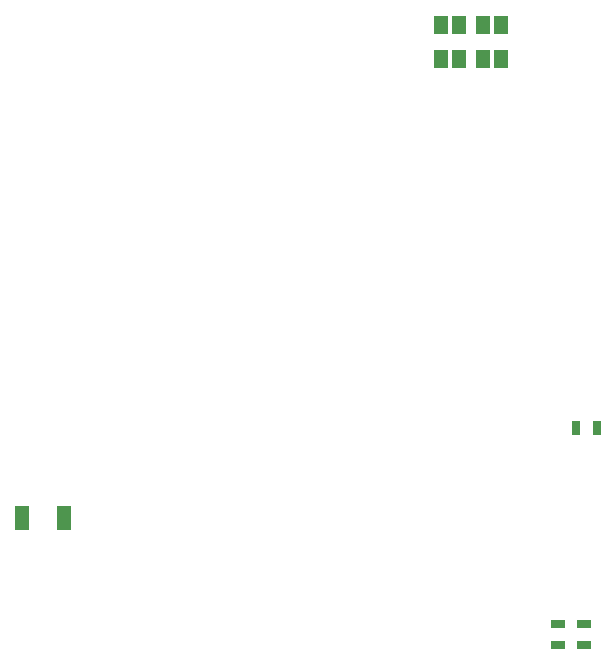
<source format=gbr>
G04 EAGLE Gerber RS-274X export*
G75*
%MOMM*%
%FSLAX34Y34*%
%LPD*%
%INSolderpaste Bottom*%
%IPPOS*%
%AMOC8*
5,1,8,0,0,1.08239X$1,22.5*%
G01*
%ADD10R,0.800000X1.200000*%
%ADD11R,1.270000X2.060000*%
%ADD12R,1.200000X0.800000*%
%ADD13R,1.168400X1.600200*%


D10*
X497120Y208650D03*
X515120Y208650D03*
D11*
X28540Y132460D03*
X63640Y132460D03*
D12*
X504050Y42500D03*
X504050Y24500D03*
X482450Y42530D03*
X482450Y24530D03*
D13*
X434340Y549910D03*
X419100Y549910D03*
X383540Y520700D03*
X398780Y520700D03*
X434340Y520700D03*
X419100Y520700D03*
X398780Y549910D03*
X383540Y549910D03*
M02*

</source>
